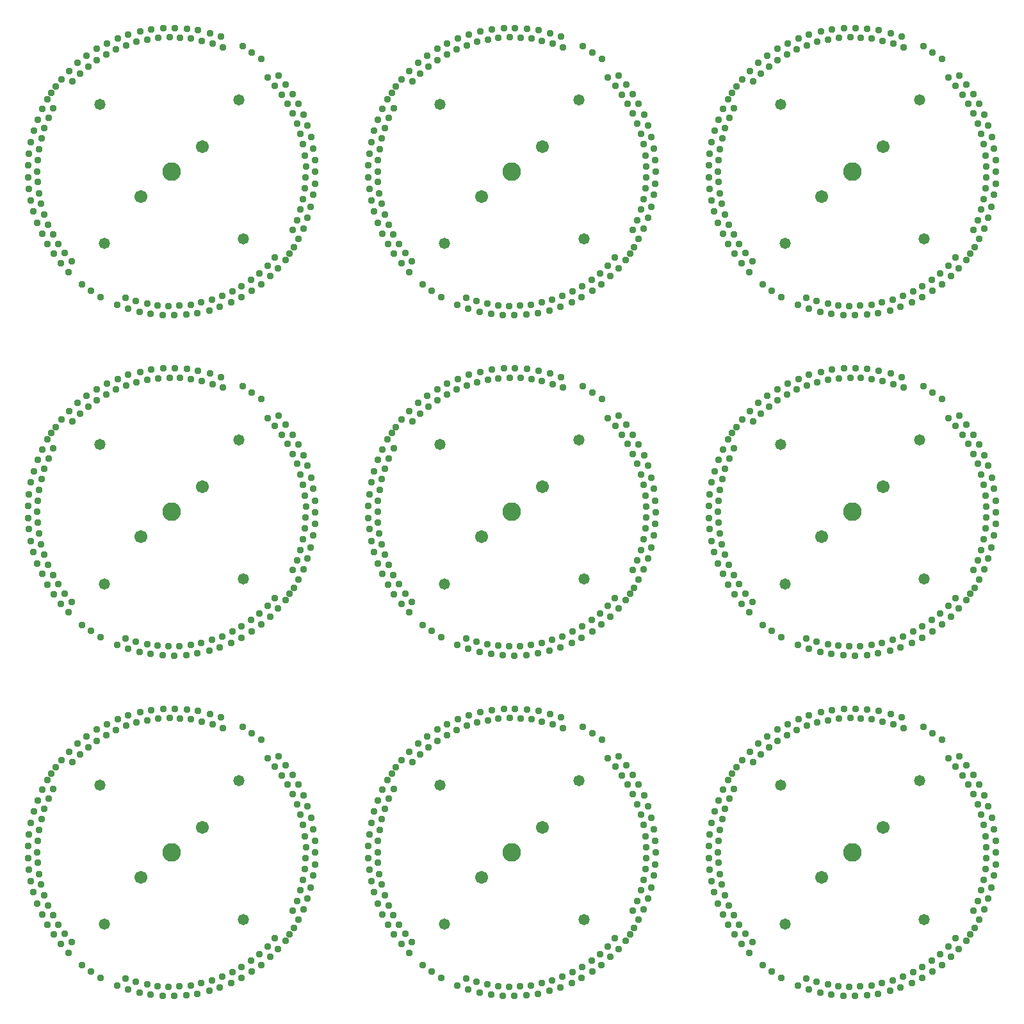
<source format=gbs>
G75*
%MOIN*%
%OFA0B0*%
%FSLAX24Y24*%
%IPPOS*%
%LPD*%
%AMOC8*
5,1,8,0,0,1.08239X$1,22.5*
%
%ADD10C,0.0580*%
%ADD11C,0.0375*%
%ADD12C,0.0970*%
%ADD13C,0.0671*%
D10*
X005650Y005410D03*
X005410Y012650D03*
X012650Y012890D03*
X012890Y005650D03*
X023367Y005410D03*
X030607Y005650D03*
X030367Y012890D03*
X023127Y012650D03*
X023367Y023127D03*
X030607Y023367D03*
X030367Y030607D03*
X023127Y030367D03*
X023367Y040843D03*
X030607Y041083D03*
X030367Y048323D03*
X023127Y048083D03*
X012650Y048323D03*
X012890Y041083D03*
X005650Y040843D03*
X005410Y048083D03*
X005410Y030367D03*
X012650Y030607D03*
X012890Y023367D03*
X005650Y023127D03*
X041083Y023127D03*
X040843Y030367D03*
X048083Y030607D03*
X048323Y023367D03*
X048083Y012890D03*
X040843Y012650D03*
X041083Y005410D03*
X048323Y005650D03*
X048323Y041083D03*
X041083Y040843D03*
X040843Y048083D03*
X048083Y048323D03*
D11*
X003794Y003930D03*
X003948Y004479D03*
X003591Y004910D03*
X003396Y004371D03*
X003014Y004875D03*
X003255Y005391D03*
X002973Y005875D03*
X002403Y005923D03*
X002725Y006393D03*
X002525Y006916D03*
X002168Y006468D03*
X001967Y007068D03*
X002361Y007480D03*
X002249Y008028D03*
X001725Y008256D03*
X002181Y008599D03*
X002159Y009158D03*
X001676Y008848D03*
X001679Y009481D03*
X002184Y009745D03*
X002254Y010299D03*
X001727Y010072D03*
X001833Y010697D03*
X002375Y010874D03*
X002534Y011410D03*
X002179Y011859D03*
X002743Y011946D03*
X002986Y012450D03*
X002673Y012925D03*
X002894Y013251D03*
X003114Y013578D03*
X003416Y013951D03*
X003977Y013853D03*
X004370Y014252D03*
X004267Y014814D03*
X004805Y014627D03*
X005257Y014957D03*
X004731Y015185D03*
X005258Y015536D03*
X005758Y015263D03*
X006258Y015515D03*
X006341Y016081D03*
X006791Y015731D03*
X007324Y015899D03*
X006899Y016283D03*
X007510Y016447D03*
X007897Y016028D03*
X008451Y016106D03*
X008094Y016555D03*
X008724Y016617D03*
X009038Y016140D03*
X009597Y016127D03*
X009936Y016587D03*
X010169Y016066D03*
X010718Y015963D03*
X010524Y016502D03*
X011141Y016359D03*
X011285Y015807D03*
X011810Y015615D03*
X011706Y016179D03*
X012843Y015682D03*
X013333Y015351D03*
X013823Y015021D03*
X014148Y014038D03*
X014523Y013623D03*
X014710Y014153D03*
X015088Y013696D03*
X014879Y013156D03*
X015181Y012685D03*
X015452Y013178D03*
X015751Y012665D03*
X015452Y012178D03*
X015673Y011664D03*
X016020Y012107D03*
X016232Y011552D03*
X015861Y011108D03*
X015996Y010565D03*
X016411Y010945D03*
X016530Y010363D03*
X016091Y009985D03*
X016136Y009428D03*
X016607Y009735D03*
X016629Y009142D03*
X016135Y008853D03*
X016089Y008295D03*
X016603Y008522D03*
X016529Y007933D03*
X015993Y007716D03*
X015856Y007174D03*
X016401Y007313D03*
X016231Y006744D03*
X015671Y006629D03*
X015448Y006116D03*
X016008Y006166D03*
X015749Y005632D03*
X015517Y005212D03*
X015296Y004885D03*
X015076Y004559D03*
X014518Y004671D03*
X014143Y004257D03*
X014690Y004124D03*
X014273Y003702D03*
X013724Y003863D03*
X013287Y003514D03*
X013805Y003295D03*
X013325Y002945D03*
X012799Y003187D03*
X012311Y002914D03*
X012786Y002613D03*
X012256Y002347D03*
X011776Y002671D03*
X011250Y002482D03*
X011669Y002107D03*
X011103Y001931D03*
X010695Y002331D03*
X010145Y002230D03*
X010498Y001793D03*
X009910Y001710D03*
X009560Y002171D03*
X009001Y002160D03*
X009278Y001671D03*
X008685Y001686D03*
X008427Y002196D03*
X007873Y002276D03*
X008068Y001749D03*
X007485Y001859D03*
X007301Y002408D03*
X006768Y002577D03*
X006874Y002025D03*
X006317Y002229D03*
X005457Y002618D03*
X004967Y002949D03*
X004494Y003268D03*
X002693Y005374D03*
X001824Y007644D03*
X001978Y011272D03*
X002415Y012403D03*
X003814Y014391D03*
X005776Y015825D03*
X009318Y016628D03*
X009278Y019388D03*
X009001Y019877D03*
X009560Y019887D03*
X009910Y019427D03*
X010145Y019947D03*
X010695Y020048D03*
X011103Y019647D03*
X011250Y020198D03*
X011776Y020387D03*
X011669Y019824D03*
X012256Y020063D03*
X012311Y020631D03*
X012799Y020903D03*
X012786Y020330D03*
X013325Y020662D03*
X013287Y021231D03*
X013724Y021579D03*
X014273Y021418D03*
X014143Y021973D03*
X014518Y022388D03*
X015076Y022276D03*
X015296Y022602D03*
X015517Y022928D03*
X015749Y023348D03*
X015448Y023832D03*
X015671Y024346D03*
X016231Y024461D03*
X015856Y024890D03*
X015993Y025432D03*
X016401Y025030D03*
X016529Y025650D03*
X016089Y026012D03*
X016135Y026569D03*
X016629Y026858D03*
X016136Y027144D03*
X016091Y027702D03*
X016607Y027451D03*
X016530Y028080D03*
X015996Y028282D03*
X015861Y028824D03*
X016411Y028661D03*
X016232Y029269D03*
X015673Y029381D03*
X015452Y029894D03*
X015751Y030382D03*
X015181Y030402D03*
X014879Y030873D03*
X015452Y030895D03*
X015088Y031413D03*
X014523Y031340D03*
X014148Y031755D03*
X014710Y031870D03*
X013823Y032738D03*
X013333Y033068D03*
X012843Y033398D03*
X011810Y033332D03*
X011285Y033524D03*
X011706Y033896D03*
X011141Y034075D03*
X010718Y033680D03*
X010169Y033783D03*
X010524Y034219D03*
X009936Y034304D03*
X009597Y033843D03*
X009038Y033857D03*
X009318Y034344D03*
X008724Y034333D03*
X008451Y033823D03*
X007897Y033745D03*
X008094Y034271D03*
X007510Y034163D03*
X007324Y033615D03*
X006791Y033448D03*
X006899Y033999D03*
X006341Y033797D03*
X006258Y033231D03*
X005758Y032980D03*
X005776Y033542D03*
X005258Y033252D03*
X005257Y032674D03*
X004805Y032344D03*
X004731Y032901D03*
X004267Y032531D03*
X004370Y031968D03*
X003977Y031570D03*
X003814Y032108D03*
X003416Y031667D03*
X003114Y031294D03*
X002894Y030968D03*
X002673Y030641D03*
X002986Y030166D03*
X002743Y029663D03*
X002415Y030120D03*
X002179Y029575D03*
X002534Y029127D03*
X002375Y028591D03*
X001978Y028989D03*
X001833Y028413D03*
X002254Y028016D03*
X002184Y027461D03*
X001727Y027789D03*
X001679Y027197D03*
X002159Y026874D03*
X001676Y026564D03*
X002181Y026315D03*
X001725Y025973D03*
X002249Y025744D03*
X002361Y025196D03*
X001824Y025360D03*
X001967Y024785D03*
X002525Y024632D03*
X002725Y024110D03*
X002168Y024184D03*
X002403Y023639D03*
X002973Y023591D03*
X003255Y023108D03*
X002693Y023091D03*
X003014Y022592D03*
X003591Y022626D03*
X003948Y022196D03*
X003396Y022087D03*
X003794Y021647D03*
X004494Y020984D03*
X004967Y020665D03*
X005457Y020335D03*
X006317Y019945D03*
X006768Y020294D03*
X007301Y020124D03*
X006874Y019742D03*
X007485Y019576D03*
X007873Y019993D03*
X008427Y019913D03*
X008685Y019402D03*
X008068Y019466D03*
X010498Y019509D03*
X013805Y021012D03*
X014690Y021841D03*
X016008Y023882D03*
X016603Y026239D03*
X019393Y026564D03*
X019897Y026315D03*
X019441Y025973D03*
X019966Y025744D03*
X020078Y025196D03*
X019540Y025360D03*
X019684Y024785D03*
X020242Y024632D03*
X020442Y024110D03*
X019884Y024184D03*
X020120Y023639D03*
X020690Y023591D03*
X020972Y023108D03*
X020730Y022592D03*
X021308Y022626D03*
X021665Y022196D03*
X021113Y022087D03*
X021511Y021647D03*
X022210Y020984D03*
X022684Y020665D03*
X023173Y020335D03*
X024033Y019945D03*
X024484Y020294D03*
X025017Y020124D03*
X024590Y019742D03*
X025202Y019576D03*
X025590Y019993D03*
X026143Y019913D03*
X026402Y019402D03*
X026717Y019877D03*
X027277Y019887D03*
X026995Y019388D03*
X027627Y019427D03*
X027861Y019947D03*
X028411Y020048D03*
X028819Y019647D03*
X028966Y020198D03*
X029493Y020387D03*
X029386Y019824D03*
X029972Y020063D03*
X030027Y020631D03*
X030516Y020903D03*
X030502Y020330D03*
X031042Y020662D03*
X031003Y021231D03*
X031441Y021579D03*
X031989Y021418D03*
X031860Y021973D03*
X032235Y022388D03*
X032406Y021841D03*
X032793Y022276D03*
X033013Y022602D03*
X033233Y022928D03*
X033466Y023348D03*
X033165Y023832D03*
X033387Y024346D03*
X033948Y024461D03*
X033572Y024890D03*
X033709Y025432D03*
X034117Y025030D03*
X034246Y025650D03*
X033805Y026012D03*
X033851Y026569D03*
X034345Y026858D03*
X033852Y027144D03*
X033808Y027702D03*
X034323Y027451D03*
X034246Y028080D03*
X033713Y028282D03*
X033578Y028824D03*
X034128Y028661D03*
X033949Y029269D03*
X033390Y029381D03*
X033168Y029894D03*
X033468Y030382D03*
X032898Y030402D03*
X032596Y030873D03*
X033169Y030895D03*
X032805Y031413D03*
X032426Y031870D03*
X032239Y031340D03*
X031865Y031755D03*
X031539Y032738D03*
X031049Y033068D03*
X030560Y033398D03*
X029527Y033332D03*
X029001Y033524D03*
X029423Y033896D03*
X028857Y034075D03*
X028435Y033680D03*
X027885Y033783D03*
X028240Y034219D03*
X027653Y034304D03*
X027313Y033843D03*
X026754Y033857D03*
X027034Y034344D03*
X026441Y034333D03*
X026168Y033823D03*
X025614Y033745D03*
X025811Y034271D03*
X025227Y034163D03*
X025041Y033615D03*
X024507Y033448D03*
X024615Y033999D03*
X024057Y033797D03*
X023974Y033231D03*
X023475Y032980D03*
X023492Y033542D03*
X022974Y033252D03*
X022974Y032674D03*
X022522Y032344D03*
X022447Y032901D03*
X021983Y032531D03*
X022086Y031968D03*
X021694Y031570D03*
X021530Y032108D03*
X021132Y031667D03*
X020830Y031294D03*
X020610Y030968D03*
X020390Y030641D03*
X020703Y030166D03*
X020459Y029663D03*
X020132Y030120D03*
X019896Y029575D03*
X020251Y029127D03*
X020091Y028591D03*
X019694Y028989D03*
X019550Y028413D03*
X019970Y028016D03*
X019901Y027461D03*
X019444Y027789D03*
X019395Y027197D03*
X019875Y026874D03*
X016020Y029823D03*
X020410Y023091D03*
X025785Y019466D03*
X028215Y019509D03*
X027653Y016587D03*
X027885Y016066D03*
X028435Y015963D03*
X028240Y016502D03*
X028857Y016359D03*
X029001Y015807D03*
X029527Y015615D03*
X029423Y016179D03*
X030560Y015682D03*
X031049Y015351D03*
X031539Y015021D03*
X031865Y014038D03*
X032239Y013623D03*
X032426Y014153D03*
X032805Y013696D03*
X032596Y013156D03*
X032898Y012685D03*
X033169Y013178D03*
X033468Y012665D03*
X033168Y012178D03*
X033390Y011664D03*
X033737Y012107D03*
X033949Y011552D03*
X033578Y011108D03*
X033713Y010565D03*
X034128Y010945D03*
X034246Y010363D03*
X033808Y009985D03*
X033852Y009428D03*
X034323Y009735D03*
X034345Y009142D03*
X033851Y008853D03*
X033805Y008295D03*
X034320Y008522D03*
X034246Y007933D03*
X033709Y007716D03*
X033572Y007174D03*
X034117Y007313D03*
X033948Y006744D03*
X033387Y006629D03*
X033165Y006116D03*
X033725Y006166D03*
X033466Y005632D03*
X033233Y005212D03*
X033013Y004885D03*
X032793Y004559D03*
X032406Y004124D03*
X031860Y004257D03*
X032235Y004671D03*
X031441Y003863D03*
X031003Y003514D03*
X031521Y003295D03*
X031042Y002945D03*
X030516Y003187D03*
X030027Y002914D03*
X030502Y002613D03*
X029972Y002347D03*
X029493Y002671D03*
X028966Y002482D03*
X029386Y002107D03*
X028819Y001931D03*
X028411Y002331D03*
X027861Y002230D03*
X028215Y001793D03*
X027627Y001710D03*
X027277Y002171D03*
X026717Y002160D03*
X026995Y001671D03*
X026402Y001686D03*
X026143Y002196D03*
X025590Y002276D03*
X025785Y001749D03*
X025202Y001859D03*
X025017Y002408D03*
X024484Y002577D03*
X024590Y002025D03*
X024033Y002229D03*
X023173Y002618D03*
X022684Y002949D03*
X022210Y003268D03*
X021511Y003930D03*
X021665Y004479D03*
X021308Y004910D03*
X021113Y004371D03*
X020730Y004875D03*
X020972Y005391D03*
X020690Y005875D03*
X020120Y005923D03*
X020442Y006393D03*
X020242Y006916D03*
X019884Y006468D03*
X019684Y007068D03*
X020078Y007480D03*
X019966Y008028D03*
X019441Y008256D03*
X019897Y008599D03*
X019875Y009158D03*
X019393Y008848D03*
X019395Y009481D03*
X019901Y009745D03*
X019970Y010299D03*
X019444Y010072D03*
X019550Y010697D03*
X020091Y010874D03*
X020251Y011410D03*
X019896Y011859D03*
X020459Y011946D03*
X020703Y012450D03*
X020390Y012925D03*
X020610Y013251D03*
X020830Y013578D03*
X021132Y013951D03*
X021694Y013853D03*
X022086Y014252D03*
X021983Y014814D03*
X022522Y014627D03*
X022974Y014957D03*
X022447Y015185D03*
X022974Y015536D03*
X023475Y015263D03*
X023974Y015515D03*
X024057Y016081D03*
X024507Y015731D03*
X025041Y015899D03*
X024615Y016283D03*
X025227Y016447D03*
X025614Y016028D03*
X026168Y016106D03*
X025811Y016555D03*
X026441Y016617D03*
X026754Y016140D03*
X027313Y016127D03*
X027034Y016628D03*
X023492Y015825D03*
X021530Y014391D03*
X020132Y012403D03*
X019694Y011272D03*
X019540Y007644D03*
X020410Y005374D03*
X031989Y003702D03*
X037601Y006468D03*
X037958Y006916D03*
X038158Y006393D03*
X037837Y005923D03*
X038407Y005875D03*
X038688Y005391D03*
X038447Y004875D03*
X039024Y004910D03*
X039381Y004479D03*
X038830Y004371D03*
X039227Y003930D03*
X039927Y003268D03*
X040400Y002949D03*
X040890Y002618D03*
X041750Y002229D03*
X042201Y002577D03*
X042734Y002408D03*
X042307Y002025D03*
X042918Y001859D03*
X043306Y002276D03*
X043860Y002196D03*
X044118Y001686D03*
X044434Y002160D03*
X044993Y002171D03*
X044712Y001671D03*
X045344Y001710D03*
X045578Y002230D03*
X046128Y002331D03*
X046536Y001931D03*
X046683Y002482D03*
X047209Y002671D03*
X047102Y002107D03*
X047689Y002347D03*
X047744Y002914D03*
X048232Y003187D03*
X048219Y002613D03*
X048758Y002945D03*
X048720Y003514D03*
X049157Y003863D03*
X049706Y003702D03*
X049576Y004257D03*
X049951Y004671D03*
X050123Y004124D03*
X050509Y004559D03*
X050729Y004885D03*
X050950Y005212D03*
X051182Y005632D03*
X050881Y006116D03*
X051104Y006629D03*
X051664Y006744D03*
X051289Y007174D03*
X051426Y007716D03*
X051834Y007313D03*
X051962Y007933D03*
X051522Y008295D03*
X051568Y008853D03*
X052062Y009142D03*
X051569Y009428D03*
X051524Y009985D03*
X052040Y009735D03*
X051963Y010363D03*
X051429Y010565D03*
X051295Y011108D03*
X051844Y010945D03*
X051665Y011552D03*
X051106Y011664D03*
X050885Y012178D03*
X051184Y012665D03*
X050614Y012685D03*
X050313Y013156D03*
X050885Y013178D03*
X050521Y013696D03*
X050143Y014153D03*
X049956Y013623D03*
X049581Y014038D03*
X049256Y015021D03*
X048766Y015351D03*
X048276Y015682D03*
X047243Y015615D03*
X046718Y015807D03*
X047139Y016179D03*
X046574Y016359D03*
X046151Y015963D03*
X045602Y016066D03*
X045957Y016502D03*
X045369Y016587D03*
X045030Y016127D03*
X044471Y016140D03*
X044751Y016628D03*
X044157Y016617D03*
X043884Y016106D03*
X043330Y016028D03*
X043527Y016555D03*
X042944Y016447D03*
X042757Y015899D03*
X042224Y015731D03*
X042332Y016283D03*
X041774Y016081D03*
X041691Y015515D03*
X041191Y015263D03*
X041209Y015825D03*
X040691Y015536D03*
X040690Y014957D03*
X040238Y014627D03*
X040164Y015185D03*
X039700Y014814D03*
X039803Y014252D03*
X039410Y013853D03*
X039247Y014391D03*
X038849Y013951D03*
X038547Y013578D03*
X038327Y013251D03*
X038106Y012925D03*
X038420Y012450D03*
X038176Y011946D03*
X037848Y012403D03*
X037612Y011859D03*
X037967Y011410D03*
X037808Y010874D03*
X037411Y011272D03*
X037266Y010697D03*
X037687Y010299D03*
X037617Y009745D03*
X037161Y010072D03*
X037112Y009481D03*
X037592Y009158D03*
X037614Y008599D03*
X037110Y008848D03*
X037158Y008256D03*
X037682Y008028D03*
X037794Y007480D03*
X037257Y007644D03*
X037400Y007068D03*
X038126Y005374D03*
X043501Y001749D03*
X045931Y001793D03*
X049238Y003295D03*
X051442Y006166D03*
X052036Y008522D03*
X051454Y012107D03*
X047102Y019824D03*
X046683Y020198D03*
X047209Y020387D03*
X047689Y020063D03*
X047744Y020631D03*
X048232Y020903D03*
X048219Y020330D03*
X048758Y020662D03*
X048720Y021231D03*
X049157Y021579D03*
X049706Y021418D03*
X049576Y021973D03*
X049951Y022388D03*
X050123Y021841D03*
X050509Y022276D03*
X050729Y022602D03*
X050950Y022928D03*
X051182Y023348D03*
X050881Y023832D03*
X051104Y024346D03*
X051664Y024461D03*
X051289Y024890D03*
X051426Y025432D03*
X051834Y025030D03*
X051962Y025650D03*
X051522Y026012D03*
X051568Y026569D03*
X052062Y026858D03*
X051569Y027144D03*
X051524Y027702D03*
X052040Y027451D03*
X051963Y028080D03*
X051429Y028282D03*
X051295Y028824D03*
X051844Y028661D03*
X051665Y029269D03*
X051106Y029381D03*
X050885Y029894D03*
X051184Y030382D03*
X050614Y030402D03*
X050313Y030873D03*
X050885Y030895D03*
X050521Y031413D03*
X050143Y031870D03*
X049956Y031340D03*
X049581Y031755D03*
X049256Y032738D03*
X048766Y033068D03*
X048276Y033398D03*
X047243Y033332D03*
X046718Y033524D03*
X047139Y033896D03*
X046574Y034075D03*
X046151Y033680D03*
X045602Y033783D03*
X045957Y034219D03*
X045369Y034304D03*
X045030Y033843D03*
X044471Y033857D03*
X044751Y034344D03*
X044157Y034333D03*
X043884Y033823D03*
X043330Y033745D03*
X043527Y034271D03*
X042944Y034163D03*
X042757Y033615D03*
X042224Y033448D03*
X042332Y033999D03*
X041774Y033797D03*
X041691Y033231D03*
X041191Y032980D03*
X041209Y033542D03*
X040691Y033252D03*
X040690Y032674D03*
X040238Y032344D03*
X040164Y032901D03*
X039700Y032531D03*
X039803Y031968D03*
X039410Y031570D03*
X039247Y032108D03*
X038849Y031667D03*
X038547Y031294D03*
X038327Y030968D03*
X038106Y030641D03*
X038420Y030166D03*
X038176Y029663D03*
X037848Y030120D03*
X037612Y029575D03*
X037967Y029127D03*
X037808Y028591D03*
X037411Y028989D03*
X037266Y028413D03*
X037687Y028016D03*
X037617Y027461D03*
X037161Y027789D03*
X037112Y027197D03*
X037592Y026874D03*
X037110Y026564D03*
X037614Y026315D03*
X037158Y025973D03*
X037682Y025744D03*
X037794Y025196D03*
X037257Y025360D03*
X037400Y024785D03*
X037958Y024632D03*
X038158Y024110D03*
X037837Y023639D03*
X038407Y023591D03*
X038688Y023108D03*
X038447Y022592D03*
X039024Y022626D03*
X039381Y022196D03*
X038830Y022087D03*
X039227Y021647D03*
X039927Y020984D03*
X040400Y020665D03*
X040890Y020335D03*
X041750Y019945D03*
X042201Y020294D03*
X042734Y020124D03*
X042307Y019742D03*
X042918Y019576D03*
X043306Y019993D03*
X043860Y019913D03*
X044118Y019402D03*
X044434Y019877D03*
X044993Y019887D03*
X044712Y019388D03*
X045344Y019427D03*
X045578Y019947D03*
X046128Y020048D03*
X046536Y019647D03*
X045931Y019509D03*
X043501Y019466D03*
X038126Y023091D03*
X037601Y024184D03*
X034320Y026239D03*
X033725Y023882D03*
X031521Y021012D03*
X033737Y029823D03*
X029386Y037540D03*
X028966Y037915D03*
X029493Y038104D03*
X029972Y037780D03*
X030027Y038347D03*
X030516Y038620D03*
X030502Y038047D03*
X031042Y038378D03*
X031003Y038947D03*
X031441Y039296D03*
X031989Y039135D03*
X031860Y039690D03*
X032235Y040104D03*
X032406Y039557D03*
X032793Y039992D03*
X033013Y040319D03*
X033233Y040645D03*
X033466Y041065D03*
X033165Y041549D03*
X033387Y042062D03*
X033948Y042177D03*
X033572Y042607D03*
X033709Y043149D03*
X034117Y042746D03*
X034246Y043366D03*
X033805Y043728D03*
X033851Y044286D03*
X034345Y044575D03*
X033852Y044861D03*
X033808Y045419D03*
X034323Y045168D03*
X034246Y045796D03*
X033713Y045998D03*
X033578Y046541D03*
X034128Y046378D03*
X033949Y046985D03*
X033390Y047097D03*
X033168Y047611D03*
X033468Y048098D03*
X032898Y048119D03*
X032596Y048589D03*
X033169Y048611D03*
X032805Y049129D03*
X032426Y049586D03*
X032239Y049056D03*
X031865Y049471D03*
X031539Y050454D03*
X031049Y050785D03*
X030560Y051115D03*
X029527Y051048D03*
X029001Y051240D03*
X029423Y051612D03*
X028857Y051792D03*
X028435Y051396D03*
X027885Y051500D03*
X028240Y051935D03*
X027653Y052020D03*
X027313Y051560D03*
X026754Y051573D03*
X027034Y052061D03*
X026441Y052050D03*
X026168Y051539D03*
X025614Y051461D03*
X025811Y051988D03*
X025227Y051880D03*
X025041Y051332D03*
X024507Y051164D03*
X024615Y051716D03*
X024057Y051514D03*
X023974Y050948D03*
X023475Y050696D03*
X023492Y051258D03*
X022974Y050969D03*
X022974Y050390D03*
X022522Y050060D03*
X022447Y050618D03*
X021983Y050247D03*
X022086Y049685D03*
X021694Y049286D03*
X021530Y049824D03*
X021132Y049384D03*
X020830Y049011D03*
X020610Y048684D03*
X020390Y048358D03*
X020703Y047883D03*
X020459Y047380D03*
X020132Y047837D03*
X019896Y047292D03*
X020251Y046843D03*
X020091Y046307D03*
X019694Y046705D03*
X019550Y046130D03*
X019970Y045733D03*
X019901Y045178D03*
X019444Y045505D03*
X019395Y044914D03*
X019875Y044591D03*
X019897Y044032D03*
X019393Y044281D03*
X019441Y043689D03*
X019966Y043461D03*
X020078Y042913D03*
X019540Y043077D03*
X019684Y042501D03*
X020242Y042349D03*
X020442Y041827D03*
X019884Y041901D03*
X020120Y041356D03*
X020690Y041308D03*
X020972Y040825D03*
X020730Y040308D03*
X021308Y040343D03*
X021665Y039912D03*
X021113Y039804D03*
X021511Y039363D03*
X022210Y038701D03*
X022684Y038382D03*
X023173Y038051D03*
X024033Y037662D03*
X024484Y038010D03*
X025017Y037841D03*
X024590Y037458D03*
X025202Y037292D03*
X025590Y037710D03*
X026143Y037629D03*
X026402Y037119D03*
X026717Y037594D03*
X027277Y037604D03*
X026995Y037105D03*
X027627Y037143D03*
X027861Y037663D03*
X028411Y037765D03*
X028819Y037364D03*
X028215Y037226D03*
X025785Y037182D03*
X020410Y040808D03*
X016231Y042177D03*
X015856Y042607D03*
X015993Y043149D03*
X016401Y042746D03*
X016529Y043366D03*
X016089Y043728D03*
X016135Y044286D03*
X016629Y044575D03*
X016136Y044861D03*
X016091Y045419D03*
X016607Y045168D03*
X016530Y045796D03*
X015996Y045998D03*
X015861Y046541D03*
X016411Y046378D03*
X016232Y046985D03*
X015673Y047097D03*
X015452Y047611D03*
X015751Y048098D03*
X015181Y048119D03*
X014879Y048589D03*
X015452Y048611D03*
X015088Y049129D03*
X014523Y049056D03*
X014148Y049471D03*
X014710Y049586D03*
X013823Y050454D03*
X013333Y050785D03*
X012843Y051115D03*
X011810Y051048D03*
X011285Y051240D03*
X011706Y051612D03*
X011141Y051792D03*
X010718Y051396D03*
X010169Y051500D03*
X010524Y051935D03*
X009936Y052020D03*
X009597Y051560D03*
X009038Y051573D03*
X009318Y052061D03*
X008724Y052050D03*
X008451Y051539D03*
X007897Y051461D03*
X008094Y051988D03*
X007510Y051880D03*
X007324Y051332D03*
X006791Y051164D03*
X006899Y051716D03*
X006341Y051514D03*
X006258Y050948D03*
X005758Y050696D03*
X005776Y051258D03*
X005258Y050969D03*
X005257Y050390D03*
X004805Y050060D03*
X004731Y050618D03*
X004267Y050247D03*
X004370Y049685D03*
X003977Y049286D03*
X003814Y049824D03*
X003416Y049384D03*
X003114Y049011D03*
X002894Y048684D03*
X002673Y048358D03*
X002986Y047883D03*
X002743Y047380D03*
X002415Y047837D03*
X002179Y047292D03*
X002534Y046843D03*
X002375Y046307D03*
X001978Y046705D03*
X001833Y046130D03*
X002254Y045733D03*
X002184Y045178D03*
X001727Y045505D03*
X001679Y044914D03*
X002159Y044591D03*
X002181Y044032D03*
X001676Y044281D03*
X001725Y043689D03*
X002249Y043461D03*
X002361Y042913D03*
X001824Y043077D03*
X001967Y042501D03*
X002525Y042349D03*
X002725Y041827D03*
X002168Y041901D03*
X002403Y041356D03*
X002973Y041308D03*
X003255Y040825D03*
X002693Y040808D03*
X003014Y040308D03*
X003591Y040343D03*
X003948Y039912D03*
X003396Y039804D03*
X003794Y039363D03*
X004494Y038701D03*
X004967Y038382D03*
X005457Y038051D03*
X006317Y037662D03*
X006768Y038010D03*
X007301Y037841D03*
X006874Y037458D03*
X007485Y037292D03*
X007873Y037710D03*
X008427Y037629D03*
X008685Y037119D03*
X009001Y037594D03*
X009560Y037604D03*
X009278Y037105D03*
X009910Y037143D03*
X010145Y037663D03*
X010695Y037765D03*
X011103Y037364D03*
X011250Y037915D03*
X011776Y038104D03*
X011669Y037540D03*
X012256Y037780D03*
X012311Y038347D03*
X012799Y038620D03*
X012786Y038047D03*
X013325Y038378D03*
X013287Y038947D03*
X013724Y039296D03*
X014273Y039135D03*
X014143Y039690D03*
X014518Y040104D03*
X015076Y039992D03*
X015296Y040319D03*
X015517Y040645D03*
X015749Y041065D03*
X015448Y041549D03*
X015671Y042062D03*
X016008Y041599D03*
X016603Y043955D03*
X016020Y047540D03*
X014690Y039557D03*
X013805Y038728D03*
X010498Y037226D03*
X008068Y037182D03*
X031521Y038728D03*
X033725Y041599D03*
X034320Y043955D03*
X037110Y044281D03*
X037614Y044032D03*
X037592Y044591D03*
X037112Y044914D03*
X037617Y045178D03*
X037687Y045733D03*
X037161Y045505D03*
X037266Y046130D03*
X037808Y046307D03*
X037967Y046843D03*
X037612Y047292D03*
X037848Y047837D03*
X038176Y047380D03*
X038420Y047883D03*
X038106Y048358D03*
X038327Y048684D03*
X038547Y049011D03*
X038849Y049384D03*
X039410Y049286D03*
X039803Y049685D03*
X039700Y050247D03*
X040238Y050060D03*
X040690Y050390D03*
X040164Y050618D03*
X040691Y050969D03*
X041191Y050696D03*
X041691Y050948D03*
X041774Y051514D03*
X042224Y051164D03*
X042757Y051332D03*
X042332Y051716D03*
X042944Y051880D03*
X043330Y051461D03*
X043884Y051539D03*
X043527Y051988D03*
X044157Y052050D03*
X044471Y051573D03*
X045030Y051560D03*
X045369Y052020D03*
X045602Y051500D03*
X046151Y051396D03*
X045957Y051935D03*
X046574Y051792D03*
X046718Y051240D03*
X047243Y051048D03*
X047139Y051612D03*
X048276Y051115D03*
X048766Y050785D03*
X049256Y050454D03*
X049581Y049471D03*
X049956Y049056D03*
X050143Y049586D03*
X050521Y049129D03*
X050313Y048589D03*
X050614Y048119D03*
X050885Y048611D03*
X051184Y048098D03*
X050885Y047611D03*
X051106Y047097D03*
X051454Y047540D03*
X051665Y046985D03*
X051295Y046541D03*
X051429Y045998D03*
X051844Y046378D03*
X051963Y045796D03*
X051524Y045419D03*
X051569Y044861D03*
X052040Y045168D03*
X052062Y044575D03*
X051568Y044286D03*
X051522Y043728D03*
X052036Y043955D03*
X051962Y043366D03*
X051426Y043149D03*
X051289Y042607D03*
X051834Y042746D03*
X051664Y042177D03*
X051104Y042062D03*
X050881Y041549D03*
X051442Y041599D03*
X051182Y041065D03*
X050950Y040645D03*
X050729Y040319D03*
X050509Y039992D03*
X049951Y040104D03*
X049576Y039690D03*
X050123Y039557D03*
X049706Y039135D03*
X049157Y039296D03*
X048720Y038947D03*
X049238Y038728D03*
X048758Y038378D03*
X048232Y038620D03*
X047744Y038347D03*
X048219Y038047D03*
X047689Y037780D03*
X047209Y038104D03*
X046683Y037915D03*
X047102Y037540D03*
X046536Y037364D03*
X046128Y037765D03*
X045578Y037663D03*
X045931Y037226D03*
X045344Y037143D03*
X044993Y037604D03*
X044434Y037594D03*
X044712Y037105D03*
X044118Y037119D03*
X043860Y037629D03*
X043306Y037710D03*
X043501Y037182D03*
X042918Y037292D03*
X042734Y037841D03*
X042201Y038010D03*
X042307Y037458D03*
X041750Y037662D03*
X040890Y038051D03*
X040400Y038382D03*
X039927Y038701D03*
X039227Y039363D03*
X039381Y039912D03*
X039024Y040343D03*
X038830Y039804D03*
X038447Y040308D03*
X038688Y040825D03*
X038407Y041308D03*
X037837Y041356D03*
X038158Y041827D03*
X037958Y042349D03*
X037601Y041901D03*
X037400Y042501D03*
X037794Y042913D03*
X037682Y043461D03*
X037158Y043689D03*
X037257Y043077D03*
X038126Y040808D03*
X037411Y046705D03*
X039247Y049824D03*
X041209Y051258D03*
X044751Y052061D03*
X033737Y047540D03*
X051454Y029823D03*
X052036Y026239D03*
X051442Y023882D03*
X049238Y021012D03*
D12*
X044583Y026867D03*
X044583Y044583D03*
X026867Y044583D03*
X026867Y026867D03*
X026867Y009150D03*
X044583Y009150D03*
X009150Y009150D03*
X009150Y026867D03*
X009150Y044583D03*
D13*
X007560Y043281D03*
X010740Y045885D03*
X025276Y043281D03*
X028457Y045885D03*
X042993Y043281D03*
X046173Y045885D03*
X046173Y028168D03*
X042993Y025565D03*
X028457Y028168D03*
X025276Y025565D03*
X010740Y028168D03*
X007560Y025565D03*
X010740Y010452D03*
X007560Y007848D03*
X025276Y007848D03*
X028457Y010452D03*
X042993Y007848D03*
X046173Y010452D03*
M02*

</source>
